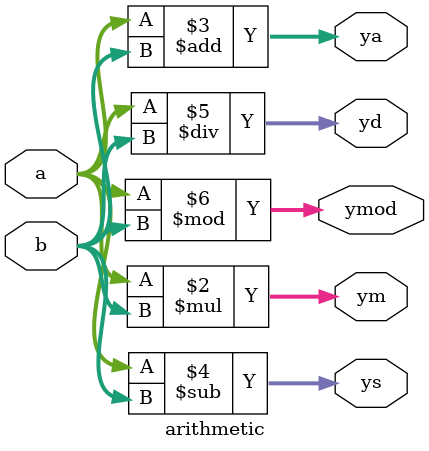
<source format=v>

module arithmetic(
  input [3:0] a, b,
  output reg [7:0] ym,
  output reg [3:0] ya, ys, yd, ymod
);
  always @(*) begin
    ym = a * b;    // Multiplication
    ya = a + b;    // Addition
    ys = a - b;    // Subtraction
    yd = a / b;    // Division
    ymod = a % b;  // Modulus
  end
endmodule

</source>
